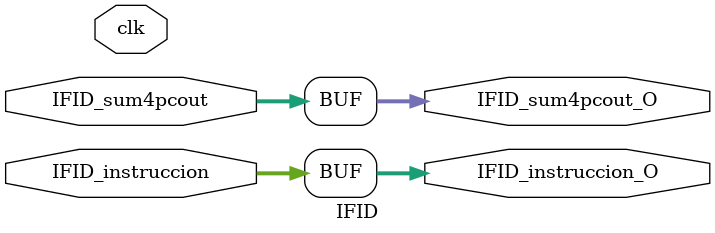
<source format=v>
module IFID (
input clk,
input  [31:0] IFID_sum4pcout,
output reg [31:0] IFID_sum4pcout_O,
input  [31:0] IFID_instruccion,
output reg  [31:0] IFID_instruccion_O
);

always @(*) begin
	//Buffer IFID
	IFID_sum4pcout_O = IFID_sum4pcout;
	IFID_instruccion_O = IFID_instruccion;
end

endmodule
</source>
